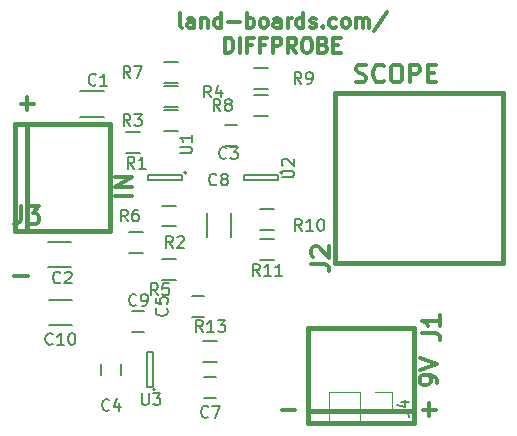
<source format=gbr>
G04 #@! TF.FileFunction,Legend,Top*
%FSLAX46Y46*%
G04 Gerber Fmt 4.6, Leading zero omitted, Abs format (unit mm)*
G04 Created by KiCad (PCBNEW 4.0.1-stable) date 1/4/2017 6:58:48 PM*
%MOMM*%
G01*
G04 APERTURE LIST*
%ADD10C,0.150000*%
%ADD11C,0.300000*%
%ADD12C,0.317500*%
%ADD13C,0.381000*%
%ADD14C,0.120000*%
%ADD15C,0.304800*%
G04 APERTURE END LIST*
D10*
D11*
X29607143Y-6607143D02*
X29821429Y-6678571D01*
X30178572Y-6678571D01*
X30321429Y-6607143D01*
X30392858Y-6535714D01*
X30464286Y-6392857D01*
X30464286Y-6250000D01*
X30392858Y-6107143D01*
X30321429Y-6035714D01*
X30178572Y-5964286D01*
X29892858Y-5892857D01*
X29750000Y-5821429D01*
X29678572Y-5750000D01*
X29607143Y-5607143D01*
X29607143Y-5464286D01*
X29678572Y-5321429D01*
X29750000Y-5250000D01*
X29892858Y-5178571D01*
X30250000Y-5178571D01*
X30464286Y-5250000D01*
X31964286Y-6535714D02*
X31892857Y-6607143D01*
X31678571Y-6678571D01*
X31535714Y-6678571D01*
X31321429Y-6607143D01*
X31178571Y-6464286D01*
X31107143Y-6321429D01*
X31035714Y-6035714D01*
X31035714Y-5821429D01*
X31107143Y-5535714D01*
X31178571Y-5392857D01*
X31321429Y-5250000D01*
X31535714Y-5178571D01*
X31678571Y-5178571D01*
X31892857Y-5250000D01*
X31964286Y-5321429D01*
X32892857Y-5178571D02*
X33178571Y-5178571D01*
X33321429Y-5250000D01*
X33464286Y-5392857D01*
X33535714Y-5678571D01*
X33535714Y-6178571D01*
X33464286Y-6464286D01*
X33321429Y-6607143D01*
X33178571Y-6678571D01*
X32892857Y-6678571D01*
X32750000Y-6607143D01*
X32607143Y-6464286D01*
X32535714Y-6178571D01*
X32535714Y-5678571D01*
X32607143Y-5392857D01*
X32750000Y-5250000D01*
X32892857Y-5178571D01*
X34178572Y-6678571D02*
X34178572Y-5178571D01*
X34750000Y-5178571D01*
X34892858Y-5250000D01*
X34964286Y-5321429D01*
X35035715Y-5464286D01*
X35035715Y-5678571D01*
X34964286Y-5821429D01*
X34892858Y-5892857D01*
X34750000Y-5964286D01*
X34178572Y-5964286D01*
X35678572Y-5892857D02*
X36178572Y-5892857D01*
X36392858Y-6678571D02*
X35678572Y-6678571D01*
X35678572Y-5178571D01*
X36392858Y-5178571D01*
X10678571Y-16285714D02*
X9178571Y-16285714D01*
X10678571Y-15571428D02*
X9178571Y-15571428D01*
X10678571Y-14714285D01*
X9178571Y-14714285D01*
X36492571Y-32170571D02*
X36492571Y-31884856D01*
X36421143Y-31741999D01*
X36349714Y-31670571D01*
X36135429Y-31527713D01*
X35849714Y-31456285D01*
X35278286Y-31456285D01*
X35135429Y-31527713D01*
X35064000Y-31599142D01*
X34992571Y-31741999D01*
X34992571Y-32027713D01*
X35064000Y-32170571D01*
X35135429Y-32241999D01*
X35278286Y-32313428D01*
X35635429Y-32313428D01*
X35778286Y-32241999D01*
X35849714Y-32170571D01*
X35921143Y-32027713D01*
X35921143Y-31741999D01*
X35849714Y-31599142D01*
X35778286Y-31527713D01*
X35635429Y-31456285D01*
X34992571Y-31027714D02*
X36492571Y-30527714D01*
X34992571Y-30027714D01*
X23304572Y-34397143D02*
X24447429Y-34397143D01*
X35242572Y-34397143D02*
X36385429Y-34397143D01*
X35814000Y-34968571D02*
X35814000Y-33825714D01*
X1206572Y-8489143D02*
X2349429Y-8489143D01*
X1778000Y-9060571D02*
X1778000Y-7917714D01*
X678572Y-23107143D02*
X1821429Y-23107143D01*
D12*
X14871095Y-2066774D02*
X14750142Y-2006298D01*
X14689666Y-1885345D01*
X14689666Y-796774D01*
X15899190Y-2066774D02*
X15899190Y-1401536D01*
X15838713Y-1280583D01*
X15717761Y-1220107D01*
X15475856Y-1220107D01*
X15354904Y-1280583D01*
X15899190Y-2006298D02*
X15778237Y-2066774D01*
X15475856Y-2066774D01*
X15354904Y-2006298D01*
X15294428Y-1885345D01*
X15294428Y-1764393D01*
X15354904Y-1643440D01*
X15475856Y-1582964D01*
X15778237Y-1582964D01*
X15899190Y-1522488D01*
X16503952Y-1220107D02*
X16503952Y-2066774D01*
X16503952Y-1341060D02*
X16564428Y-1280583D01*
X16685381Y-1220107D01*
X16866809Y-1220107D01*
X16987761Y-1280583D01*
X17048238Y-1401536D01*
X17048238Y-2066774D01*
X18197286Y-2066774D02*
X18197286Y-796774D01*
X18197286Y-2006298D02*
X18076333Y-2066774D01*
X17834429Y-2066774D01*
X17713476Y-2006298D01*
X17653000Y-1945821D01*
X17592524Y-1824869D01*
X17592524Y-1462012D01*
X17653000Y-1341060D01*
X17713476Y-1280583D01*
X17834429Y-1220107D01*
X18076333Y-1220107D01*
X18197286Y-1280583D01*
X18802048Y-1582964D02*
X19769667Y-1582964D01*
X20374429Y-2066774D02*
X20374429Y-796774D01*
X20374429Y-1280583D02*
X20495381Y-1220107D01*
X20737286Y-1220107D01*
X20858238Y-1280583D01*
X20918715Y-1341060D01*
X20979191Y-1462012D01*
X20979191Y-1824869D01*
X20918715Y-1945821D01*
X20858238Y-2006298D01*
X20737286Y-2066774D01*
X20495381Y-2066774D01*
X20374429Y-2006298D01*
X21704906Y-2066774D02*
X21583953Y-2006298D01*
X21523477Y-1945821D01*
X21463001Y-1824869D01*
X21463001Y-1462012D01*
X21523477Y-1341060D01*
X21583953Y-1280583D01*
X21704906Y-1220107D01*
X21886334Y-1220107D01*
X22007286Y-1280583D01*
X22067763Y-1341060D01*
X22128239Y-1462012D01*
X22128239Y-1824869D01*
X22067763Y-1945821D01*
X22007286Y-2006298D01*
X21886334Y-2066774D01*
X21704906Y-2066774D01*
X23216811Y-2066774D02*
X23216811Y-1401536D01*
X23156334Y-1280583D01*
X23035382Y-1220107D01*
X22793477Y-1220107D01*
X22672525Y-1280583D01*
X23216811Y-2006298D02*
X23095858Y-2066774D01*
X22793477Y-2066774D01*
X22672525Y-2006298D01*
X22612049Y-1885345D01*
X22612049Y-1764393D01*
X22672525Y-1643440D01*
X22793477Y-1582964D01*
X23095858Y-1582964D01*
X23216811Y-1522488D01*
X23821573Y-2066774D02*
X23821573Y-1220107D01*
X23821573Y-1462012D02*
X23882049Y-1341060D01*
X23942525Y-1280583D01*
X24063478Y-1220107D01*
X24184430Y-1220107D01*
X25152049Y-2066774D02*
X25152049Y-796774D01*
X25152049Y-2006298D02*
X25031096Y-2066774D01*
X24789192Y-2066774D01*
X24668239Y-2006298D01*
X24607763Y-1945821D01*
X24547287Y-1824869D01*
X24547287Y-1462012D01*
X24607763Y-1341060D01*
X24668239Y-1280583D01*
X24789192Y-1220107D01*
X25031096Y-1220107D01*
X25152049Y-1280583D01*
X25696335Y-2006298D02*
X25817287Y-2066774D01*
X26059192Y-2066774D01*
X26180144Y-2006298D01*
X26240620Y-1885345D01*
X26240620Y-1824869D01*
X26180144Y-1703917D01*
X26059192Y-1643440D01*
X25877763Y-1643440D01*
X25756811Y-1582964D01*
X25696335Y-1462012D01*
X25696335Y-1401536D01*
X25756811Y-1280583D01*
X25877763Y-1220107D01*
X26059192Y-1220107D01*
X26180144Y-1280583D01*
X26784906Y-1945821D02*
X26845382Y-2006298D01*
X26784906Y-2066774D01*
X26724430Y-2006298D01*
X26784906Y-1945821D01*
X26784906Y-2066774D01*
X27933954Y-2006298D02*
X27813001Y-2066774D01*
X27571097Y-2066774D01*
X27450144Y-2006298D01*
X27389668Y-1945821D01*
X27329192Y-1824869D01*
X27329192Y-1462012D01*
X27389668Y-1341060D01*
X27450144Y-1280583D01*
X27571097Y-1220107D01*
X27813001Y-1220107D01*
X27933954Y-1280583D01*
X28659668Y-2066774D02*
X28538715Y-2006298D01*
X28478239Y-1945821D01*
X28417763Y-1824869D01*
X28417763Y-1462012D01*
X28478239Y-1341060D01*
X28538715Y-1280583D01*
X28659668Y-1220107D01*
X28841096Y-1220107D01*
X28962048Y-1280583D01*
X29022525Y-1341060D01*
X29083001Y-1462012D01*
X29083001Y-1824869D01*
X29022525Y-1945821D01*
X28962048Y-2006298D01*
X28841096Y-2066774D01*
X28659668Y-2066774D01*
X29627287Y-2066774D02*
X29627287Y-1220107D01*
X29627287Y-1341060D02*
X29687763Y-1280583D01*
X29808716Y-1220107D01*
X29990144Y-1220107D01*
X30111096Y-1280583D01*
X30171573Y-1401536D01*
X30171573Y-2066774D01*
X30171573Y-1401536D02*
X30232049Y-1280583D01*
X30353001Y-1220107D01*
X30534430Y-1220107D01*
X30655382Y-1280583D01*
X30715858Y-1401536D01*
X30715858Y-2066774D01*
X32227763Y-736298D02*
X31139191Y-2369155D01*
X18499667Y-4162274D02*
X18499667Y-2892274D01*
X18802048Y-2892274D01*
X18983476Y-2952750D01*
X19104429Y-3073702D01*
X19164905Y-3194655D01*
X19225381Y-3436560D01*
X19225381Y-3617988D01*
X19164905Y-3859893D01*
X19104429Y-3980845D01*
X18983476Y-4101798D01*
X18802048Y-4162274D01*
X18499667Y-4162274D01*
X19769667Y-4162274D02*
X19769667Y-2892274D01*
X20797762Y-3497036D02*
X20374429Y-3497036D01*
X20374429Y-4162274D02*
X20374429Y-2892274D01*
X20979191Y-2892274D01*
X21886333Y-3497036D02*
X21463000Y-3497036D01*
X21463000Y-4162274D02*
X21463000Y-2892274D01*
X22067762Y-2892274D01*
X22551571Y-4162274D02*
X22551571Y-2892274D01*
X23035380Y-2892274D01*
X23156333Y-2952750D01*
X23216809Y-3013226D01*
X23277285Y-3134179D01*
X23277285Y-3315607D01*
X23216809Y-3436560D01*
X23156333Y-3497036D01*
X23035380Y-3557512D01*
X22551571Y-3557512D01*
X24547285Y-4162274D02*
X24123952Y-3557512D01*
X23821571Y-4162274D02*
X23821571Y-2892274D01*
X24305380Y-2892274D01*
X24426333Y-2952750D01*
X24486809Y-3013226D01*
X24547285Y-3134179D01*
X24547285Y-3315607D01*
X24486809Y-3436560D01*
X24426333Y-3497036D01*
X24305380Y-3557512D01*
X23821571Y-3557512D01*
X25333476Y-2892274D02*
X25575380Y-2892274D01*
X25696333Y-2952750D01*
X25817285Y-3073702D01*
X25877761Y-3315607D01*
X25877761Y-3738940D01*
X25817285Y-3980845D01*
X25696333Y-4101798D01*
X25575380Y-4162274D01*
X25333476Y-4162274D01*
X25212523Y-4101798D01*
X25091571Y-3980845D01*
X25031095Y-3738940D01*
X25031095Y-3315607D01*
X25091571Y-3073702D01*
X25212523Y-2952750D01*
X25333476Y-2892274D01*
X26845380Y-3497036D02*
X27026809Y-3557512D01*
X27087285Y-3617988D01*
X27147761Y-3738940D01*
X27147761Y-3920369D01*
X27087285Y-4041321D01*
X27026809Y-4101798D01*
X26905856Y-4162274D01*
X26422047Y-4162274D01*
X26422047Y-2892274D01*
X26845380Y-2892274D01*
X26966333Y-2952750D01*
X27026809Y-3013226D01*
X27087285Y-3134179D01*
X27087285Y-3255131D01*
X27026809Y-3376083D01*
X26966333Y-3436560D01*
X26845380Y-3497036D01*
X26422047Y-3497036D01*
X27692047Y-3497036D02*
X28115380Y-3497036D01*
X28296809Y-4162274D02*
X27692047Y-4162274D01*
X27692047Y-2892274D01*
X28296809Y-2892274D01*
D10*
X6250000Y-7425000D02*
X8250000Y-7425000D01*
X8250000Y-9575000D02*
X6250000Y-9575000D01*
X3500000Y-20175000D02*
X5500000Y-20175000D01*
X5500000Y-22325000D02*
X3500000Y-22325000D01*
X18550000Y-12026000D02*
X19550000Y-12026000D01*
X19550000Y-10326000D02*
X18550000Y-10326000D01*
X8040000Y-30488000D02*
X8040000Y-31488000D01*
X9740000Y-31488000D02*
X9740000Y-30488000D01*
X15756000Y-26504000D02*
X16756000Y-26504000D01*
X16756000Y-24804000D02*
X15756000Y-24804000D01*
X16772000Y-33362000D02*
X17772000Y-33362000D01*
X17772000Y-31662000D02*
X16772000Y-31662000D01*
X10676000Y-27774000D02*
X11676000Y-27774000D01*
X11676000Y-26074000D02*
X10676000Y-26074000D01*
X10150000Y-10875000D02*
X11350000Y-10875000D01*
X11350000Y-12625000D02*
X10150000Y-12625000D01*
X10400000Y-19375000D02*
X11600000Y-19375000D01*
X11600000Y-21125000D02*
X10400000Y-21125000D01*
X14570000Y-10781000D02*
X13370000Y-10781000D01*
X13370000Y-9031000D02*
X14570000Y-9031000D01*
X14570000Y-8749000D02*
X13370000Y-8749000D01*
X13370000Y-6999000D02*
X14570000Y-6999000D01*
X13150000Y-21625000D02*
X14350000Y-21625000D01*
X14350000Y-23375000D02*
X13150000Y-23375000D01*
X14350000Y-18875000D02*
X13150000Y-18875000D01*
X13150000Y-17125000D02*
X14350000Y-17125000D01*
X14570000Y-6717000D02*
X13370000Y-6717000D01*
X13370000Y-4967000D02*
X14570000Y-4967000D01*
X22190000Y-9511000D02*
X20990000Y-9511000D01*
X20990000Y-7761000D02*
X22190000Y-7761000D01*
X22190000Y-7225000D02*
X20990000Y-7225000D01*
X20990000Y-5475000D02*
X22190000Y-5475000D01*
X22698000Y-19163000D02*
X21498000Y-19163000D01*
X21498000Y-17413000D02*
X22698000Y-17413000D01*
X21498000Y-19953000D02*
X22698000Y-19953000D01*
X22698000Y-21703000D02*
X21498000Y-21703000D01*
X17872000Y-30339000D02*
X16672000Y-30339000D01*
X16672000Y-28589000D02*
X17872000Y-28589000D01*
D13*
X34512000Y-35488000D02*
X34512000Y-27488000D01*
X25512000Y-35488000D02*
X25512000Y-27488000D01*
X34512000Y-27488000D02*
X25512000Y-27488000D01*
X34512000Y-34488000D02*
X25512000Y-34488000D01*
X34512000Y-35488000D02*
X25512000Y-35488000D01*
X740000Y-19242000D02*
X8740000Y-19242000D01*
X740000Y-10242000D02*
X8740000Y-10242000D01*
X8740000Y-19242000D02*
X8740000Y-10242000D01*
X1740000Y-19242000D02*
X1740000Y-10242000D01*
X740000Y-19242000D02*
X740000Y-10242000D01*
D10*
X15262000Y-14332000D02*
G75*
G03X15262000Y-14332000I-100000J0D01*
G01*
X14912000Y-14982000D02*
X14912000Y-14482000D01*
X12012000Y-14982000D02*
X14912000Y-14982000D01*
X12012000Y-14482000D02*
X12012000Y-14982000D01*
X14912000Y-14482000D02*
X12012000Y-14482000D01*
X23390000Y-14332000D02*
G75*
G03X23390000Y-14332000I-100000J0D01*
G01*
X23040000Y-14982000D02*
X23040000Y-14482000D01*
X20140000Y-14982000D02*
X23040000Y-14982000D01*
X20140000Y-14482000D02*
X20140000Y-14982000D01*
X23040000Y-14482000D02*
X20140000Y-14482000D01*
X12592000Y-32688000D02*
G75*
G03X12592000Y-32688000I-100000J0D01*
G01*
X11942000Y-32438000D02*
X12442000Y-32438000D01*
X11942000Y-29538000D02*
X11942000Y-32438000D01*
X12442000Y-29538000D02*
X11942000Y-29538000D01*
X12442000Y-32438000D02*
X12442000Y-29538000D01*
D13*
X27838400Y-7543800D02*
X42039540Y-7543800D01*
X42034460Y-7538720D02*
X42034460Y-21937980D01*
X42039540Y-21943060D02*
X27838400Y-21943060D01*
X27820620Y-7543800D02*
X27820620Y-21943060D01*
D10*
X3572000Y-27187000D02*
X5572000Y-27187000D01*
X5572000Y-25137000D02*
X3572000Y-25137000D01*
X19025000Y-19750000D02*
X19025000Y-17750000D01*
X16975000Y-17750000D02*
X16975000Y-19750000D01*
D14*
X29972000Y-32900000D02*
X27312000Y-32900000D01*
X27312000Y-32900000D02*
X27312000Y-35680000D01*
X27312000Y-35680000D02*
X29972000Y-35680000D01*
X29972000Y-35680000D02*
X29972000Y-32900000D01*
X31242000Y-32900000D02*
X32632000Y-32900000D01*
X32632000Y-32900000D02*
X32632000Y-34290000D01*
D10*
X7583334Y-6857143D02*
X7535715Y-6904762D01*
X7392858Y-6952381D01*
X7297620Y-6952381D01*
X7154762Y-6904762D01*
X7059524Y-6809524D01*
X7011905Y-6714286D01*
X6964286Y-6523810D01*
X6964286Y-6380952D01*
X7011905Y-6190476D01*
X7059524Y-6095238D01*
X7154762Y-6000000D01*
X7297620Y-5952381D01*
X7392858Y-5952381D01*
X7535715Y-6000000D01*
X7583334Y-6047619D01*
X8535715Y-6952381D02*
X7964286Y-6952381D01*
X8250000Y-6952381D02*
X8250000Y-5952381D01*
X8154762Y-6095238D01*
X8059524Y-6190476D01*
X7964286Y-6238095D01*
X4583334Y-23607143D02*
X4535715Y-23654762D01*
X4392858Y-23702381D01*
X4297620Y-23702381D01*
X4154762Y-23654762D01*
X4059524Y-23559524D01*
X4011905Y-23464286D01*
X3964286Y-23273810D01*
X3964286Y-23130952D01*
X4011905Y-22940476D01*
X4059524Y-22845238D01*
X4154762Y-22750000D01*
X4297620Y-22702381D01*
X4392858Y-22702381D01*
X4535715Y-22750000D01*
X4583334Y-22797619D01*
X4964286Y-22797619D02*
X5011905Y-22750000D01*
X5107143Y-22702381D01*
X5345239Y-22702381D01*
X5440477Y-22750000D01*
X5488096Y-22797619D01*
X5535715Y-22892857D01*
X5535715Y-22988095D01*
X5488096Y-23130952D01*
X4916667Y-23702381D01*
X5535715Y-23702381D01*
X18629334Y-13057143D02*
X18581715Y-13104762D01*
X18438858Y-13152381D01*
X18343620Y-13152381D01*
X18200762Y-13104762D01*
X18105524Y-13009524D01*
X18057905Y-12914286D01*
X18010286Y-12723810D01*
X18010286Y-12580952D01*
X18057905Y-12390476D01*
X18105524Y-12295238D01*
X18200762Y-12200000D01*
X18343620Y-12152381D01*
X18438858Y-12152381D01*
X18581715Y-12200000D01*
X18629334Y-12247619D01*
X18962667Y-12152381D02*
X19581715Y-12152381D01*
X19248381Y-12533333D01*
X19391239Y-12533333D01*
X19486477Y-12580952D01*
X19534096Y-12628571D01*
X19581715Y-12723810D01*
X19581715Y-12961905D01*
X19534096Y-13057143D01*
X19486477Y-13104762D01*
X19391239Y-13152381D01*
X19105524Y-13152381D01*
X19010286Y-13104762D01*
X18962667Y-13057143D01*
X8723334Y-34393143D02*
X8675715Y-34440762D01*
X8532858Y-34488381D01*
X8437620Y-34488381D01*
X8294762Y-34440762D01*
X8199524Y-34345524D01*
X8151905Y-34250286D01*
X8104286Y-34059810D01*
X8104286Y-33916952D01*
X8151905Y-33726476D01*
X8199524Y-33631238D01*
X8294762Y-33536000D01*
X8437620Y-33488381D01*
X8532858Y-33488381D01*
X8675715Y-33536000D01*
X8723334Y-33583619D01*
X9580477Y-33821714D02*
X9580477Y-34488381D01*
X9342381Y-33440762D02*
X9104286Y-34155048D01*
X9723334Y-34155048D01*
X13565143Y-25820666D02*
X13612762Y-25868285D01*
X13660381Y-26011142D01*
X13660381Y-26106380D01*
X13612762Y-26249238D01*
X13517524Y-26344476D01*
X13422286Y-26392095D01*
X13231810Y-26439714D01*
X13088952Y-26439714D01*
X12898476Y-26392095D01*
X12803238Y-26344476D01*
X12708000Y-26249238D01*
X12660381Y-26106380D01*
X12660381Y-26011142D01*
X12708000Y-25868285D01*
X12755619Y-25820666D01*
X12660381Y-24915904D02*
X12660381Y-25392095D01*
X13136571Y-25439714D01*
X13088952Y-25392095D01*
X13041333Y-25296857D01*
X13041333Y-25058761D01*
X13088952Y-24963523D01*
X13136571Y-24915904D01*
X13231810Y-24868285D01*
X13469905Y-24868285D01*
X13565143Y-24915904D01*
X13612762Y-24963523D01*
X13660381Y-25058761D01*
X13660381Y-25296857D01*
X13612762Y-25392095D01*
X13565143Y-25439714D01*
X17105334Y-34969143D02*
X17057715Y-35016762D01*
X16914858Y-35064381D01*
X16819620Y-35064381D01*
X16676762Y-35016762D01*
X16581524Y-34921524D01*
X16533905Y-34826286D01*
X16486286Y-34635810D01*
X16486286Y-34492952D01*
X16533905Y-34302476D01*
X16581524Y-34207238D01*
X16676762Y-34112000D01*
X16819620Y-34064381D01*
X16914858Y-34064381D01*
X17057715Y-34112000D01*
X17105334Y-34159619D01*
X17438667Y-34064381D02*
X18105334Y-34064381D01*
X17676762Y-35064381D01*
X11009334Y-25503143D02*
X10961715Y-25550762D01*
X10818858Y-25598381D01*
X10723620Y-25598381D01*
X10580762Y-25550762D01*
X10485524Y-25455524D01*
X10437905Y-25360286D01*
X10390286Y-25169810D01*
X10390286Y-25026952D01*
X10437905Y-24836476D01*
X10485524Y-24741238D01*
X10580762Y-24646000D01*
X10723620Y-24598381D01*
X10818858Y-24598381D01*
X10961715Y-24646000D01*
X11009334Y-24693619D01*
X11485524Y-25598381D02*
X11676000Y-25598381D01*
X11771239Y-25550762D01*
X11818858Y-25503143D01*
X11914096Y-25360286D01*
X11961715Y-25169810D01*
X11961715Y-24788857D01*
X11914096Y-24693619D01*
X11866477Y-24646000D01*
X11771239Y-24598381D01*
X11580762Y-24598381D01*
X11485524Y-24646000D01*
X11437905Y-24693619D01*
X11390286Y-24788857D01*
X11390286Y-25026952D01*
X11437905Y-25122190D01*
X11485524Y-25169810D01*
X11580762Y-25217429D01*
X11771239Y-25217429D01*
X11866477Y-25169810D01*
X11914096Y-25122190D01*
X11961715Y-25026952D01*
X10837334Y-13980381D02*
X10504000Y-13504190D01*
X10265905Y-13980381D02*
X10265905Y-12980381D01*
X10646858Y-12980381D01*
X10742096Y-13028000D01*
X10789715Y-13075619D01*
X10837334Y-13170857D01*
X10837334Y-13313714D01*
X10789715Y-13408952D01*
X10742096Y-13456571D01*
X10646858Y-13504190D01*
X10265905Y-13504190D01*
X11789715Y-13980381D02*
X11218286Y-13980381D01*
X11504000Y-13980381D02*
X11504000Y-12980381D01*
X11408762Y-13123238D01*
X11313524Y-13218476D01*
X11218286Y-13266095D01*
X14083334Y-20702381D02*
X13750000Y-20226190D01*
X13511905Y-20702381D02*
X13511905Y-19702381D01*
X13892858Y-19702381D01*
X13988096Y-19750000D01*
X14035715Y-19797619D01*
X14083334Y-19892857D01*
X14083334Y-20035714D01*
X14035715Y-20130952D01*
X13988096Y-20178571D01*
X13892858Y-20226190D01*
X13511905Y-20226190D01*
X14464286Y-19797619D02*
X14511905Y-19750000D01*
X14607143Y-19702381D01*
X14845239Y-19702381D01*
X14940477Y-19750000D01*
X14988096Y-19797619D01*
X15035715Y-19892857D01*
X15035715Y-19988095D01*
X14988096Y-20130952D01*
X14416667Y-20702381D01*
X15035715Y-20702381D01*
X10501334Y-10358381D02*
X10168000Y-9882190D01*
X9929905Y-10358381D02*
X9929905Y-9358381D01*
X10310858Y-9358381D01*
X10406096Y-9406000D01*
X10453715Y-9453619D01*
X10501334Y-9548857D01*
X10501334Y-9691714D01*
X10453715Y-9786952D01*
X10406096Y-9834571D01*
X10310858Y-9882190D01*
X9929905Y-9882190D01*
X10834667Y-9358381D02*
X11453715Y-9358381D01*
X11120381Y-9739333D01*
X11263239Y-9739333D01*
X11358477Y-9786952D01*
X11406096Y-9834571D01*
X11453715Y-9929810D01*
X11453715Y-10167905D01*
X11406096Y-10263143D01*
X11358477Y-10310762D01*
X11263239Y-10358381D01*
X10977524Y-10358381D01*
X10882286Y-10310762D01*
X10834667Y-10263143D01*
X17333334Y-7952381D02*
X17000000Y-7476190D01*
X16761905Y-7952381D02*
X16761905Y-6952381D01*
X17142858Y-6952381D01*
X17238096Y-7000000D01*
X17285715Y-7047619D01*
X17333334Y-7142857D01*
X17333334Y-7285714D01*
X17285715Y-7380952D01*
X17238096Y-7428571D01*
X17142858Y-7476190D01*
X16761905Y-7476190D01*
X18190477Y-7285714D02*
X18190477Y-7952381D01*
X17952381Y-6904762D02*
X17714286Y-7619048D01*
X18333334Y-7619048D01*
X12833334Y-24702381D02*
X12500000Y-24226190D01*
X12261905Y-24702381D02*
X12261905Y-23702381D01*
X12642858Y-23702381D01*
X12738096Y-23750000D01*
X12785715Y-23797619D01*
X12833334Y-23892857D01*
X12833334Y-24035714D01*
X12785715Y-24130952D01*
X12738096Y-24178571D01*
X12642858Y-24226190D01*
X12261905Y-24226190D01*
X13738096Y-23702381D02*
X13261905Y-23702381D01*
X13214286Y-24178571D01*
X13261905Y-24130952D01*
X13357143Y-24083333D01*
X13595239Y-24083333D01*
X13690477Y-24130952D01*
X13738096Y-24178571D01*
X13785715Y-24273810D01*
X13785715Y-24511905D01*
X13738096Y-24607143D01*
X13690477Y-24654762D01*
X13595239Y-24702381D01*
X13357143Y-24702381D01*
X13261905Y-24654762D01*
X13214286Y-24607143D01*
X10281334Y-18452381D02*
X9948000Y-17976190D01*
X9709905Y-18452381D02*
X9709905Y-17452381D01*
X10090858Y-17452381D01*
X10186096Y-17500000D01*
X10233715Y-17547619D01*
X10281334Y-17642857D01*
X10281334Y-17785714D01*
X10233715Y-17880952D01*
X10186096Y-17928571D01*
X10090858Y-17976190D01*
X9709905Y-17976190D01*
X11138477Y-17452381D02*
X10948000Y-17452381D01*
X10852762Y-17500000D01*
X10805143Y-17547619D01*
X10709905Y-17690476D01*
X10662286Y-17880952D01*
X10662286Y-18261905D01*
X10709905Y-18357143D01*
X10757524Y-18404762D01*
X10852762Y-18452381D01*
X11043239Y-18452381D01*
X11138477Y-18404762D01*
X11186096Y-18357143D01*
X11233715Y-18261905D01*
X11233715Y-18023810D01*
X11186096Y-17928571D01*
X11138477Y-17880952D01*
X11043239Y-17833333D01*
X10852762Y-17833333D01*
X10757524Y-17880952D01*
X10709905Y-17928571D01*
X10662286Y-18023810D01*
X10501334Y-6294381D02*
X10168000Y-5818190D01*
X9929905Y-6294381D02*
X9929905Y-5294381D01*
X10310858Y-5294381D01*
X10406096Y-5342000D01*
X10453715Y-5389619D01*
X10501334Y-5484857D01*
X10501334Y-5627714D01*
X10453715Y-5722952D01*
X10406096Y-5770571D01*
X10310858Y-5818190D01*
X9929905Y-5818190D01*
X10834667Y-5294381D02*
X11501334Y-5294381D01*
X11072762Y-6294381D01*
X18121334Y-9088381D02*
X17788000Y-8612190D01*
X17549905Y-9088381D02*
X17549905Y-8088381D01*
X17930858Y-8088381D01*
X18026096Y-8136000D01*
X18073715Y-8183619D01*
X18121334Y-8278857D01*
X18121334Y-8421714D01*
X18073715Y-8516952D01*
X18026096Y-8564571D01*
X17930858Y-8612190D01*
X17549905Y-8612190D01*
X18692762Y-8516952D02*
X18597524Y-8469333D01*
X18549905Y-8421714D01*
X18502286Y-8326476D01*
X18502286Y-8278857D01*
X18549905Y-8183619D01*
X18597524Y-8136000D01*
X18692762Y-8088381D01*
X18883239Y-8088381D01*
X18978477Y-8136000D01*
X19026096Y-8183619D01*
X19073715Y-8278857D01*
X19073715Y-8326476D01*
X19026096Y-8421714D01*
X18978477Y-8469333D01*
X18883239Y-8516952D01*
X18692762Y-8516952D01*
X18597524Y-8564571D01*
X18549905Y-8612190D01*
X18502286Y-8707429D01*
X18502286Y-8897905D01*
X18549905Y-8993143D01*
X18597524Y-9040762D01*
X18692762Y-9088381D01*
X18883239Y-9088381D01*
X18978477Y-9040762D01*
X19026096Y-8993143D01*
X19073715Y-8897905D01*
X19073715Y-8707429D01*
X19026096Y-8612190D01*
X18978477Y-8564571D01*
X18883239Y-8516952D01*
X24979334Y-6802381D02*
X24646000Y-6326190D01*
X24407905Y-6802381D02*
X24407905Y-5802381D01*
X24788858Y-5802381D01*
X24884096Y-5850000D01*
X24931715Y-5897619D01*
X24979334Y-5992857D01*
X24979334Y-6135714D01*
X24931715Y-6230952D01*
X24884096Y-6278571D01*
X24788858Y-6326190D01*
X24407905Y-6326190D01*
X25455524Y-6802381D02*
X25646000Y-6802381D01*
X25741239Y-6754762D01*
X25788858Y-6707143D01*
X25884096Y-6564286D01*
X25931715Y-6373810D01*
X25931715Y-5992857D01*
X25884096Y-5897619D01*
X25836477Y-5850000D01*
X25741239Y-5802381D01*
X25550762Y-5802381D01*
X25455524Y-5850000D01*
X25407905Y-5897619D01*
X25360286Y-5992857D01*
X25360286Y-6230952D01*
X25407905Y-6326190D01*
X25455524Y-6373810D01*
X25550762Y-6421429D01*
X25741239Y-6421429D01*
X25836477Y-6373810D01*
X25884096Y-6326190D01*
X25931715Y-6230952D01*
X25011143Y-19248381D02*
X24677809Y-18772190D01*
X24439714Y-19248381D02*
X24439714Y-18248381D01*
X24820667Y-18248381D01*
X24915905Y-18296000D01*
X24963524Y-18343619D01*
X25011143Y-18438857D01*
X25011143Y-18581714D01*
X24963524Y-18676952D01*
X24915905Y-18724571D01*
X24820667Y-18772190D01*
X24439714Y-18772190D01*
X25963524Y-19248381D02*
X25392095Y-19248381D01*
X25677809Y-19248381D02*
X25677809Y-18248381D01*
X25582571Y-18391238D01*
X25487333Y-18486476D01*
X25392095Y-18534095D01*
X26582571Y-18248381D02*
X26677810Y-18248381D01*
X26773048Y-18296000D01*
X26820667Y-18343619D01*
X26868286Y-18438857D01*
X26915905Y-18629333D01*
X26915905Y-18867429D01*
X26868286Y-19057905D01*
X26820667Y-19153143D01*
X26773048Y-19200762D01*
X26677810Y-19248381D01*
X26582571Y-19248381D01*
X26487333Y-19200762D01*
X26439714Y-19153143D01*
X26392095Y-19057905D01*
X26344476Y-18867429D01*
X26344476Y-18629333D01*
X26392095Y-18438857D01*
X26439714Y-18343619D01*
X26487333Y-18296000D01*
X26582571Y-18248381D01*
X21455143Y-23058381D02*
X21121809Y-22582190D01*
X20883714Y-23058381D02*
X20883714Y-22058381D01*
X21264667Y-22058381D01*
X21359905Y-22106000D01*
X21407524Y-22153619D01*
X21455143Y-22248857D01*
X21455143Y-22391714D01*
X21407524Y-22486952D01*
X21359905Y-22534571D01*
X21264667Y-22582190D01*
X20883714Y-22582190D01*
X22407524Y-23058381D02*
X21836095Y-23058381D01*
X22121809Y-23058381D02*
X22121809Y-22058381D01*
X22026571Y-22201238D01*
X21931333Y-22296476D01*
X21836095Y-22344095D01*
X23359905Y-23058381D02*
X22788476Y-23058381D01*
X23074190Y-23058381D02*
X23074190Y-22058381D01*
X22978952Y-22201238D01*
X22883714Y-22296476D01*
X22788476Y-22344095D01*
X16629143Y-27816381D02*
X16295809Y-27340190D01*
X16057714Y-27816381D02*
X16057714Y-26816381D01*
X16438667Y-26816381D01*
X16533905Y-26864000D01*
X16581524Y-26911619D01*
X16629143Y-27006857D01*
X16629143Y-27149714D01*
X16581524Y-27244952D01*
X16533905Y-27292571D01*
X16438667Y-27340190D01*
X16057714Y-27340190D01*
X17581524Y-27816381D02*
X17010095Y-27816381D01*
X17295809Y-27816381D02*
X17295809Y-26816381D01*
X17200571Y-26959238D01*
X17105333Y-27054476D01*
X17010095Y-27102095D01*
X17914857Y-26816381D02*
X18533905Y-26816381D01*
X18200571Y-27197333D01*
X18343429Y-27197333D01*
X18438667Y-27244952D01*
X18486286Y-27292571D01*
X18533905Y-27387810D01*
X18533905Y-27625905D01*
X18486286Y-27721143D01*
X18438667Y-27768762D01*
X18343429Y-27816381D01*
X18057714Y-27816381D01*
X17962476Y-27768762D01*
X17914857Y-27721143D01*
D15*
X35233429Y-27940000D02*
X36322000Y-27940000D01*
X36539714Y-28012572D01*
X36684857Y-28157715D01*
X36757429Y-28375429D01*
X36757429Y-28520572D01*
X36757429Y-26416000D02*
X36757429Y-27286857D01*
X36757429Y-26851429D02*
X35233429Y-26851429D01*
X35451143Y-26996572D01*
X35596286Y-27141714D01*
X35668857Y-27286857D01*
X1242000Y-17165429D02*
X1242000Y-18254000D01*
X1169428Y-18471714D01*
X1024285Y-18616857D01*
X806571Y-18689429D01*
X661428Y-18689429D01*
X1822571Y-17165429D02*
X2766000Y-17165429D01*
X2258000Y-17746000D01*
X2475714Y-17746000D01*
X2620857Y-17818571D01*
X2693428Y-17891143D01*
X2766000Y-18036286D01*
X2766000Y-18399143D01*
X2693428Y-18544286D01*
X2620857Y-18616857D01*
X2475714Y-18689429D01*
X2040286Y-18689429D01*
X1895143Y-18616857D01*
X1822571Y-18544286D01*
D10*
X14692381Y-12699905D02*
X15501905Y-12699905D01*
X15597143Y-12652286D01*
X15644762Y-12604667D01*
X15692381Y-12509429D01*
X15692381Y-12318952D01*
X15644762Y-12223714D01*
X15597143Y-12176095D01*
X15501905Y-12128476D01*
X14692381Y-12128476D01*
X15692381Y-11128476D02*
X15692381Y-11699905D01*
X15692381Y-11414191D02*
X14692381Y-11414191D01*
X14835238Y-11509429D01*
X14930476Y-11604667D01*
X14978095Y-11699905D01*
X23328381Y-14731905D02*
X24137905Y-14731905D01*
X24233143Y-14684286D01*
X24280762Y-14636667D01*
X24328381Y-14541429D01*
X24328381Y-14350952D01*
X24280762Y-14255714D01*
X24233143Y-14208095D01*
X24137905Y-14160476D01*
X23328381Y-14160476D01*
X23423619Y-13731905D02*
X23376000Y-13684286D01*
X23328381Y-13589048D01*
X23328381Y-13350952D01*
X23376000Y-13255714D01*
X23423619Y-13208095D01*
X23518857Y-13160476D01*
X23614095Y-13160476D01*
X23756952Y-13208095D01*
X24328381Y-13779524D01*
X24328381Y-13160476D01*
X11480095Y-32990381D02*
X11480095Y-33799905D01*
X11527714Y-33895143D01*
X11575333Y-33942762D01*
X11670571Y-33990381D01*
X11861048Y-33990381D01*
X11956286Y-33942762D01*
X12003905Y-33895143D01*
X12051524Y-33799905D01*
X12051524Y-32990381D01*
X12432476Y-32990381D02*
X13051524Y-32990381D01*
X12718190Y-33371333D01*
X12861048Y-33371333D01*
X12956286Y-33418952D01*
X13003905Y-33466571D01*
X13051524Y-33561810D01*
X13051524Y-33799905D01*
X13003905Y-33895143D01*
X12956286Y-33942762D01*
X12861048Y-33990381D01*
X12575333Y-33990381D01*
X12480095Y-33942762D01*
X12432476Y-33895143D01*
D15*
X25835429Y-22098000D02*
X26924000Y-22098000D01*
X27141714Y-22170572D01*
X27286857Y-22315715D01*
X27359429Y-22533429D01*
X27359429Y-22678572D01*
X25980571Y-21444857D02*
X25908000Y-21372286D01*
X25835429Y-21227143D01*
X25835429Y-20864286D01*
X25908000Y-20719143D01*
X25980571Y-20646572D01*
X26125714Y-20574000D01*
X26270857Y-20574000D01*
X26488571Y-20646572D01*
X27359429Y-21517429D01*
X27359429Y-20574000D01*
D10*
X3929143Y-28819143D02*
X3881524Y-28866762D01*
X3738667Y-28914381D01*
X3643429Y-28914381D01*
X3500571Y-28866762D01*
X3405333Y-28771524D01*
X3357714Y-28676286D01*
X3310095Y-28485810D01*
X3310095Y-28342952D01*
X3357714Y-28152476D01*
X3405333Y-28057238D01*
X3500571Y-27962000D01*
X3643429Y-27914381D01*
X3738667Y-27914381D01*
X3881524Y-27962000D01*
X3929143Y-28009619D01*
X4881524Y-28914381D02*
X4310095Y-28914381D01*
X4595809Y-28914381D02*
X4595809Y-27914381D01*
X4500571Y-28057238D01*
X4405333Y-28152476D01*
X4310095Y-28200095D01*
X5500571Y-27914381D02*
X5595810Y-27914381D01*
X5691048Y-27962000D01*
X5738667Y-28009619D01*
X5786286Y-28104857D01*
X5833905Y-28295333D01*
X5833905Y-28533429D01*
X5786286Y-28723905D01*
X5738667Y-28819143D01*
X5691048Y-28866762D01*
X5595810Y-28914381D01*
X5500571Y-28914381D01*
X5405333Y-28866762D01*
X5357714Y-28819143D01*
X5310095Y-28723905D01*
X5262476Y-28533429D01*
X5262476Y-28295333D01*
X5310095Y-28104857D01*
X5357714Y-28009619D01*
X5405333Y-27962000D01*
X5500571Y-27914381D01*
X17791334Y-15311143D02*
X17743715Y-15358762D01*
X17600858Y-15406381D01*
X17505620Y-15406381D01*
X17362762Y-15358762D01*
X17267524Y-15263524D01*
X17219905Y-15168286D01*
X17172286Y-14977810D01*
X17172286Y-14834952D01*
X17219905Y-14644476D01*
X17267524Y-14549238D01*
X17362762Y-14454000D01*
X17505620Y-14406381D01*
X17600858Y-14406381D01*
X17743715Y-14454000D01*
X17791334Y-14501619D01*
X18362762Y-14834952D02*
X18267524Y-14787333D01*
X18219905Y-14739714D01*
X18172286Y-14644476D01*
X18172286Y-14596857D01*
X18219905Y-14501619D01*
X18267524Y-14454000D01*
X18362762Y-14406381D01*
X18553239Y-14406381D01*
X18648477Y-14454000D01*
X18696096Y-14501619D01*
X18743715Y-14596857D01*
X18743715Y-14644476D01*
X18696096Y-14739714D01*
X18648477Y-14787333D01*
X18553239Y-14834952D01*
X18362762Y-14834952D01*
X18267524Y-14882571D01*
X18219905Y-14930190D01*
X18172286Y-15025429D01*
X18172286Y-15215905D01*
X18219905Y-15311143D01*
X18267524Y-15358762D01*
X18362762Y-15406381D01*
X18553239Y-15406381D01*
X18648477Y-15358762D01*
X18696096Y-15311143D01*
X18743715Y-15215905D01*
X18743715Y-15025429D01*
X18696096Y-14930190D01*
X18648477Y-14882571D01*
X18553239Y-14834952D01*
X33084381Y-34623333D02*
X33798667Y-34623333D01*
X33941524Y-34670953D01*
X34036762Y-34766191D01*
X34084381Y-34909048D01*
X34084381Y-35004286D01*
X33417714Y-33718571D02*
X34084381Y-33718571D01*
X33036762Y-33956667D02*
X33751048Y-34194762D01*
X33751048Y-33575714D01*
M02*

</source>
